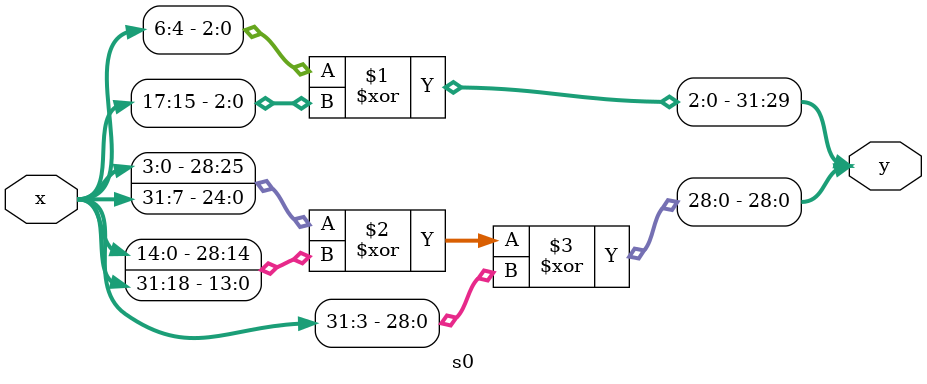
<source format=v>
module s0 (x, y);
	input [31:0] x;
	output [31:0] y;
	assign y[31:29] = x[6:4] ^ x[17:15];
	assign y[28:0] = {x[3:0], x[31:7]} ^ {x[14:0],x[31:18]} ^ x[31:3];
endmodule
</source>
